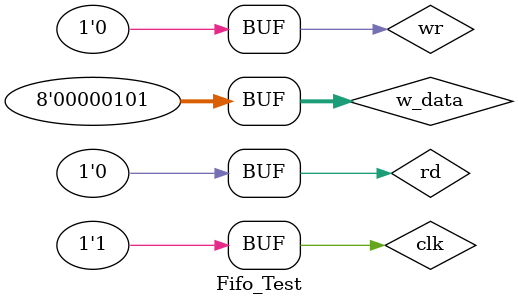
<source format=v>
`timescale 1ns / 1ps


module Fifo_Test;

	// Inputs
	reg [7:0] w_data;
	reg rd;
	reg wr;
	reg clk;

	// Outputs
	wire [7:0] r_data;
	wire empty;

	// Instantiate the Unit Under Test (UUT)
	Fifo uut (
		.w_data(w_data), 
		.rd(rd), 
		.wr(wr), 
		.r_data(r_data), 
		.empty(empty), 
		.clk(clk)
	);

	initial begin
		// Initialize Inputs
		w_data = 0;
		rd = 0;
		wr = 0;
		clk = 0;

		// Wait 100 ns for global reset to finish
		#100;
		w_data = 3;
      #100
		wr = 1;
		#8
		wr = 0;
		#100
		w_data = 5;
		#100
		wr = 1;
		#8
		wr = 0;
		// Add stimulus here
		#100
		rd = 1;
		#8
		rd = 0;
		#100
		rd = 1;
		#8
		rd = 0;
		#100
		rd = 1;
		#8
		rd = 0;
		#100
		rd = 1;
		#8
		rd = 0;
		#100
		rd = 1;
		#8
		rd = 0;
		#100
		rd = 1;
		#8
		rd = 0;
		#100
		rd = 1;
		#8
		rd = 0;

	end
   always begin //clock de 100 Mhz como el de la placa
		clk = 1'b0;
		#(10/2); 
		clk = 1'b1;
		#(10/2);
	end
endmodule


</source>
